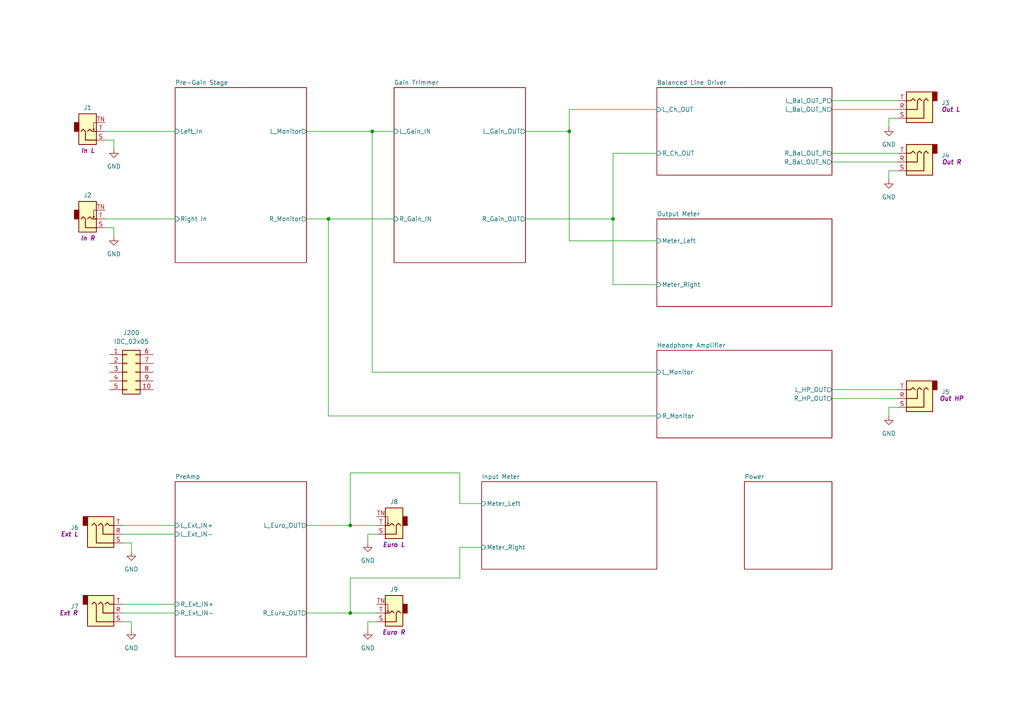
<source format=kicad_sch>
(kicad_sch (version 20250114) (generator "eeschema") (generator_version "9.0")
  (paper "A4")
  (title_block (rev "1") (company "DMH Instruments") (comment 1 "PCB for 5 cm Kosmo format synthesizer module"))
  (lib_symbols
    (symbol "Connector_Audio:AudioJack3"
      (property "Reference" "J" (at 0 8.89 0))
      (property "Value" "AudioJack3" (at 0 6.35 0))
      (symbol "AudioJack3_0_1"
        (rectangle (start -5.08 -5.08) (end -6.35 -2.54) (stroke (width 0.254)) (fill (type outline)))
        (polyline (pts (xy -1.905 -2.54) (xy -1.27 -3.175) (xy -0.635 -2.54) (xy -0.635 0) (xy 2.54 0)) (stroke (width 0.254)))
        (polyline (pts (xy 0 -2.54) (xy 0.635 -3.175) (xy 1.27 -2.54) (xy 2.54 -2.54)) (stroke (width 0.254)))
        (rectangle (start 2.54 3.81) (end -5.08 -5.08) (stroke (width 0.254)) (fill (type background)))
        (polyline (pts (xy 2.54 2.54) (xy -2.54 2.54) (xy -2.54 -2.54) (xy -3.175 -3.175) (xy -3.81 -2.54)) (stroke (width 0.254)))
      )
      (symbol "AudioJack3_1_1"
        (pin passive line (at 5.08 2.54 180) (length 2.54) (name "~") (number "S"))
        (pin passive line (at 5.08 0 180) (length 2.54) (name "~") (number "R"))
        (pin passive line (at 5.08 -2.54 180) (length 2.54) (name "~") (number "T"))
      )
    )
    (symbol "SynthStuff:BackBone_Connector_10Pin" (pin_names (offset 1.016) (hide yes))
      (property "Reference" "J" (at 0 -10.922 0))
      (property "Value" "IDC_02x05" (at 0 -8.382 0))
      (symbol "BackBone_Connector_10Pin_1_1"
        (rectangle (start -2.54 6.35) (end 2.54 -6.35) (stroke (width 0.254)) (fill (type background)))
        (rectangle (start -2.54 5.207) (end -1.27 4.953) (stroke (width 0.1524)))
        (rectangle (start -2.54 2.667) (end -1.27 2.413) (stroke (width 0.1524)))
        (rectangle (start -2.54 0.127) (end -1.27 -0.127) (stroke (width 0.1524)))
        (rectangle (start -2.54 -2.413) (end -1.27 -2.667) (stroke (width 0.1524)))
        (rectangle (start -2.54 -4.953) (end -1.27 -5.207) (stroke (width 0.1524)))
        (rectangle (start 2.54 5.207) (end 1.27 4.953) (stroke (width 0.1524)))
        (rectangle (start 2.54 2.667) (end 1.27 2.413) (stroke (width 0.1524)))
        (rectangle (start 2.54 0.127) (end 1.27 -0.127) (stroke (width 0.1524)))
        (rectangle (start 2.54 -2.413) (end 1.27 -2.667) (stroke (width 0.1524)))
        (rectangle (start 2.54 -4.953) (end 1.27 -5.207) (stroke (width 0.1524)))
        (pin passive line (at -6.35 5.08 0) (length 3.81) (name "Pin_1") (number "1"))
        (pin passive line (at -6.35 2.54 0) (length 3.81) (name "Pin_2") (number "2"))
        (pin passive line (at -6.35 0 0) (length 3.81) (name "Pin_3") (number "3"))
        (pin passive line (at -6.35 -2.54 0) (length 3.81) (name "Pin_4") (number "4"))
        (pin passive line (at -6.35 -5.08 0) (length 3.81) (name "Pin_5") (number "5"))
        (pin passive line (at 6.35 5.08 180) (length 3.81) (name "Pin_6") (number "6"))
        (pin passive line (at 6.35 2.54 180) (length 3.81) (name "Pin_7") (number "7"))
        (pin passive line (at 6.35 0 180) (length 3.81) (name "Pin_8") (number "8"))
        (pin passive line (at 6.35 -2.54 180) (length 3.81) (name "Pin_9") (number "9"))
        (pin passive line (at 6.35 -5.08 180) (length 3.81) (name "Pin_10") (number "10"))
      )
    )
    (symbol "SynthStuff:TS_Jack_6.35mm_Sw"
      (property "Reference" "J" (at -0.635 8.89 0))
      (property "Value" "TS_Jack_6.35mm_Sw" (at -0.635 6.35 0))
      (symbol "TS_Jack_6.35mm_Sw_0_1"
        (rectangle (start -2.54 0) (end -3.81 -2.54) (stroke (width 0.254)) (fill (type outline)))
        (polyline (pts (xy 0 0) (xy 0.635 -0.635) (xy 1.27 0) (xy 2.54 0)) (stroke (width 0.254)))
        (polyline (pts (xy 1.778 -0.254) (xy 2.032 -0.762)))
        (rectangle (start 2.54 3.81) (end -2.54 -5.08) (stroke (width 0.254)) (fill (type background)))
        (polyline (pts (xy 2.54 2.54) (xy -0.635 2.54) (xy -0.635 0) (xy -1.27 -0.635) (xy -1.905 0)) (stroke (width 0.254)))
        (polyline (pts (xy 2.54 -2.54) (xy 1.778 -2.54) (xy 1.778 -0.254) (xy 1.524 -0.762)))
      )
      (symbol "TS_Jack_6.35mm_Sw_1_1"
        (pin passive line (at 5.08 2.54 180) (length 2.54) (name "~") (number "S"))
        (pin passive line (at 5.08 0 180) (length 2.54) (name "~") (number "T"))
        (pin passive line (at 5.08 -2.54 180) (length 2.54) (name "~") (number "TN"))
      )
    )
    (symbol "power:GND" (power) (pin_numbers (hide yes)) (pin_names (offset 0) (hide yes))
      (property "Value" "GND" (at 0 -3.81 0))
      (symbol "GND_0_1"
        (polyline (pts (xy 0 0) (xy 0 -1.27) (xy 1.27 -1.27) (xy 0 -2.54) (xy -1.27 -1.27) (xy 0 -1.27)))
      )
      (symbol "GND_1_1"
        (pin power_in line (at 0 0 270) (length 0) (name "~") (number "1"))
      )
    )
  )
  (junction (at 101.6 152.4))
  (junction (at 95.25 63.5))
  (junction (at 177.8 63.5))
  (junction (at 107.95 38.1))
  (junction (at 165.1 38.1))
  (junction (at 101.6 177.8))
  (wire (pts (xy 241.3 115.57) (xy 260.35 115.57)))
  (wire (pts (xy 133.35 146.05) (xy 133.35 137.16)))
  (wire (pts (xy 241.3 29.21) (xy 260.35 29.21)))
  (wire (pts (xy 35.56 154.94) (xy 50.8 154.94)))
  (wire (pts (xy 35.56 175.26) (xy 50.8 175.26)))
  (wire (pts (xy 177.8 63.5) (xy 177.8 44.45)))
  (wire (pts (xy 101.6 177.8) (xy 109.22 177.8)))
  (wire (pts (xy 260.35 118.11) (xy 257.81 118.11)))
  (wire (pts (xy 33.02 43.18) (xy 33.02 40.64)))
  (wire (pts (xy 88.9 177.8) (xy 101.6 177.8)))
  (wire (pts (xy 190.5 120.65) (xy 95.25 120.65)))
  (wire (pts (xy 33.02 40.64) (xy 30.48 40.64)))
  (wire (pts (xy 106.68 180.34) (xy 109.22 180.34)))
  (wire (pts (xy 257.81 34.29) (xy 260.35 34.29)))
  (wire (pts (xy 38.1 180.34) (xy 35.56 180.34)))
  (wire (pts (xy 165.1 38.1) (xy 165.1 31.75)))
  (wire (pts (xy 165.1 31.75) (xy 190.5 31.75)))
  (wire (pts (xy 33.02 66.04) (xy 30.48 66.04)))
  (wire (pts (xy 139.7 158.75) (xy 133.35 158.75)))
  (wire (pts (xy 133.35 158.75) (xy 133.35 167.64)))
  (wire (pts (xy 38.1 160.02) (xy 38.1 157.48)))
  (wire (pts (xy 95.25 63.5) (xy 114.3 63.5)))
  (wire (pts (xy 241.3 31.75) (xy 260.35 31.75)))
  (wire (pts (xy 106.68 154.94) (xy 109.22 154.94)))
  (wire (pts (xy 152.4 38.1) (xy 165.1 38.1)))
  (wire (pts (xy 101.6 152.4) (xy 109.22 152.4)))
  (wire (pts (xy 133.35 137.16) (xy 101.6 137.16)))
  (wire (pts (xy 88.9 38.1) (xy 107.95 38.1)))
  (wire (pts (xy 139.7 146.05) (xy 133.35 146.05)))
  (wire (pts (xy 30.48 63.5) (xy 50.8 63.5)))
  (wire (pts (xy 88.9 152.4) (xy 101.6 152.4)))
  (wire (pts (xy 38.1 157.48) (xy 35.56 157.48)))
  (wire (pts (xy 257.81 49.53) (xy 260.35 49.53)))
  (wire (pts (xy 241.3 113.03) (xy 260.35 113.03)))
  (wire (pts (xy 241.3 44.45) (xy 260.35 44.45)))
  (wire (pts (xy 190.5 69.85) (xy 165.1 69.85)))
  (wire (pts (xy 38.1 182.88) (xy 38.1 180.34)))
  (wire (pts (xy 133.35 167.64) (xy 101.6 167.64)))
  (wire (pts (xy 190.5 107.95) (xy 107.95 107.95)))
  (wire (pts (xy 165.1 69.85) (xy 165.1 38.1)))
  (wire (pts (xy 107.95 107.95) (xy 107.95 38.1)))
  (wire (pts (xy 177.8 44.45) (xy 190.5 44.45)))
  (wire (pts (xy 33.02 68.58) (xy 33.02 66.04)))
  (wire (pts (xy 257.81 52.07) (xy 257.81 49.53)))
  (wire (pts (xy 101.6 137.16) (xy 101.6 152.4)))
  (wire (pts (xy 95.25 63.5) (xy 95.25 120.65)))
  (wire (pts (xy 177.8 82.55) (xy 177.8 63.5)))
  (wire (pts (xy 106.68 157.48) (xy 106.68 154.94)))
  (wire (pts (xy 107.95 38.1) (xy 114.3 38.1)))
  (wire (pts (xy 30.48 38.1) (xy 50.8 38.1)))
  (wire (pts (xy 88.9 63.5) (xy 95.25 63.5)))
  (wire (pts (xy 257.81 118.11) (xy 257.81 120.65)))
  (wire (pts (xy 101.6 167.64) (xy 101.6 177.8)))
  (wire (pts (xy 241.3 46.99) (xy 260.35 46.99)))
  (wire (pts (xy 35.56 177.8) (xy 50.8 177.8)))
  (wire (pts (xy 257.81 36.83) (xy 257.81 34.29)))
  (wire (pts (xy 152.4 63.5) (xy 177.8 63.5)))
  (wire (pts (xy 106.68 182.88) (xy 106.68 180.34)))
  (wire (pts (xy 35.56 152.4) (xy 50.8 152.4)))
  (wire (pts (xy 190.5 82.55) (xy 177.8 82.55)))
  (symbol (lib_id "SynthStuff:TS_Jack_6.35mm_Sw") (at 114.3 152.4 180) (unit 1)
    (property "Reference" "J8" (at 114.3 145.542 0))
    (property "Value" "TS_Jack_6.35mm_Sw" (effects (hide yes)))
    (property "Footprint" "SynthStuff:CUI_MJ-63052A" (effects (hide yes)))
    (property "Description" "Audio Jack, 2 Poles (Mono / TS), Switched T Pole (Normalling), 6.35mm, 1/4inch" (effects (hide yes)))
    (property "Function" "Euro L" (at 114.3 157.988 0) (effects (font (thickness 0.254) (bold yes) (italic yes))))
  )
  (symbol (lib_id "power:GND") (at 38.1 182.88 0) (mirror y) (unit 1)
    (property "Reference" "#PWR041" (effects (hide yes)))
    (property "Value" "GND" (at 38.1 187.96 0))
    (property "Description" "Power symbol creates a global label with name \"GND\" , ground" (effects (hide yes)))
  )
  (symbol (lib_id "SynthStuff:TS_Jack_6.35mm_Sw") (at 25.4 63.5 0) (mirror x) (unit 1)
    (property "Reference" "J2" (at 25.4 56.642 0))
    (property "Value" "TS_Jack_6.35mm_Sw" (effects (hide yes)))
    (property "Footprint" "SynthStuff:CUI_MJ-63052A" (effects (hide yes)))
    (property "Description" "Audio Jack, 2 Poles (Mono / TS), Switched T Pole (Normalling), 6.35mm, 1/4inch" (effects (hide yes)))
    (property "Function" "In R" (at 25.4 69.088 0) (effects (font (thickness 0.254) (bold yes) (italic yes))))
  )
  (symbol (lib_id "Connector_Audio:AudioJack3") (at 30.48 154.94 0) (mirror x) (unit 1)
    (property "Reference" "J6" (at 22.86 153.0349 0) (effects (justify right)))
    (property "Value" "AudioJack3" (effects (hide yes)))
    (property "Description" "Audio Jack, 3 Poles (Stereo / TRS)" (effects (hide yes)))
    (property "Function" "Ext L" (at 20.066 154.94 0) (effects (font (thickness 0.254) (bold yes) (italic yes))))
  )
  (symbol (lib_id "power:GND") (at 106.68 182.88 0) (mirror y) (unit 1)
    (property "Reference" "#PWR043" (effects (hide yes)))
    (property "Value" "GND" (at 106.68 187.96 0))
    (property "Description" "Power symbol creates a global label with name \"GND\" , ground" (effects (hide yes)))
  )
  (symbol (lib_id "power:GND") (at 257.81 120.65 0) (unit 1)
    (property "Reference" "#PWR039" (effects (hide yes)))
    (property "Value" "GND" (at 257.81 125.73 0))
    (property "Description" "Power symbol creates a global label with name \"GND\" , ground" (effects (hide yes)))
  )
  (symbol (lib_id "SynthStuff:BackBone_Connector_10Pin") (at 38.1 107.95 0) (unit 1)
    (property "Reference" "J200" (at 38.1 96.52 0))
    (property "Value" "IDC_02x05" (at 38.1 99.06 0))
    (property "Footprint" "SynthStuff:IDC-Header_2x05_P2.54mm_Vertical_BackBone" (effects (hide yes)))
    (property "Description" "IDC jack, 2x5 pins, row a carries same signals as row b." (effects (hide yes)))
  )
  (symbol (lib_id "power:GND") (at 257.81 36.83 0) (unit 1)
    (property "Reference" "#PWR034" (effects (hide yes)))
    (property "Value" "GND" (at 257.81 41.91 0))
    (property "Description" "Power symbol creates a global label with name \"GND\" , ground" (effects (hide yes)))
  )
  (symbol (lib_id "SynthStuff:TS_Jack_6.35mm_Sw") (at 114.3 177.8 180) (unit 1)
    (property "Reference" "J9" (at 114.3 170.942 0))
    (property "Value" "TS_Jack_6.35mm_Sw" (effects (hide yes)))
    (property "Footprint" "SynthStuff:CUI_MJ-63052A" (effects (hide yes)))
    (property "Description" "Audio Jack, 2 Poles (Mono / TS), Switched T Pole (Normalling), 6.35mm, 1/4inch" (effects (hide yes)))
    (property "Function" "Euro R" (at 114.3 183.388 0) (effects (font (thickness 0.254) (bold yes) (italic yes))))
  )
  (symbol (lib_id "power:GND") (at 257.81 52.07 0) (unit 1)
    (property "Reference" "#PWR033" (effects (hide yes)))
    (property "Value" "GND" (at 257.81 57.15 0))
    (property "Description" "Power symbol creates a global label with name \"GND\" , ground" (effects (hide yes)))
  )
  (symbol (lib_id "power:GND") (at 33.02 43.18 0) (unit 1)
    (property "Reference" "#PWR027" (effects (hide yes)))
    (property "Value" "GND" (at 33.02 48.26 0))
    (property "Description" "Power symbol creates a global label with name \"GND\" , ground" (effects (hide yes)))
  )
  (symbol (lib_id "Connector_Audio:AudioJack3") (at 265.43 46.99 180) (unit 1)
    (property "Reference" "J4" (at 273.05 45.0849 0) (effects (justify right)))
    (property "Value" "AudioJack3" (effects (hide yes)))
    (property "Description" "Audio Jack, 3 Poles (Stereo / TRS)" (effects (hide yes)))
    (property "Function" "Out R" (at 276.098 46.99 0) (effects (font (thickness 0.254) (bold yes) (italic yes))))
  )
  (symbol (lib_id "power:GND") (at 33.02 68.58 0) (unit 1)
    (property "Reference" "#PWR028" (effects (hide yes)))
    (property "Value" "GND" (at 33.02 73.66 0))
    (property "Description" "Power symbol creates a global label with name \"GND\" , ground" (effects (hide yes)))
  )
  (symbol (lib_id "Connector_Audio:AudioJack3") (at 30.48 177.8 0) (mirror x) (unit 1)
    (property "Reference" "J7" (at 22.86 175.8949 0) (effects (justify right)))
    (property "Value" "AudioJack3" (effects (hide yes)))
    (property "Description" "Audio Jack, 3 Poles (Stereo / TRS)" (effects (hide yes)))
    (property "Function" "Ext R" (at 19.812 177.8 0) (effects (font (thickness 0.254) (bold yes) (italic yes))))
  )
  (symbol (lib_id "SynthStuff:TS_Jack_6.35mm_Sw") (at 25.4 38.1 0) (mirror x) (unit 1)
    (property "Reference" "J1" (at 25.4 31.242 0))
    (property "Value" "TS_Jack_6.35mm_Sw" (effects (hide yes)))
    (property "Footprint" "SynthStuff:CUI_MJ-63052A" (effects (hide yes)))
    (property "Description" "Audio Jack, 2 Poles (Mono / TS), Switched T Pole (Normalling), 6.35mm, 1/4inch" (effects (hide yes)))
    (property "Function" "In L" (at 25.4 43.688 0) (effects (font (thickness 0.254) (bold yes) (italic yes))))
  )
  (symbol (lib_id "Connector_Audio:AudioJack3") (at 265.43 115.57 180) (unit 1)
    (property "Reference" "J5" (at 273.05 113.6649 0) (effects (justify right)))
    (property "Value" "AudioJack3" (effects (hide yes)))
    (property "Description" "Audio Jack, 3 Poles (Stereo / TRS)" (effects (hide yes)))
    (property "Function" "Out HP" (at 276.098 115.57 0) (effects (font (thickness 0.254) (bold yes) (italic yes))))
  )
  (symbol (lib_id "power:GND") (at 38.1 160.02 0) (mirror y) (unit 1)
    (property "Reference" "#PWR040" (effects (hide yes)))
    (property "Value" "GND" (at 38.1 165.1 0))
    (property "Description" "Power symbol creates a global label with name \"GND\" , ground" (effects (hide yes)))
  )
  (symbol (lib_id "power:GND") (at 106.68 157.48 0) (mirror y) (unit 1)
    (property "Reference" "#PWR042" (effects (hide yes)))
    (property "Value" "GND" (at 106.68 162.56 0))
    (property "Description" "Power symbol creates a global label with name \"GND\" , ground" (effects (hide yes)))
  )
  (symbol (lib_id "Connector_Audio:AudioJack3") (at 265.43 31.75 180) (unit 1)
    (property "Reference" "J3" (at 273.05 29.8449 0) (effects (justify right)))
    (property "Value" "AudioJack3" (effects (hide yes)))
    (property "Description" "Audio Jack, 3 Poles (Stereo / TRS)" (effects (hide yes)))
    (property "Function" "Out L" (at 275.844 31.75 0) (effects (font (thickness 0.254) (bold yes) (italic yes))))
  )
  (sheet (at 50.8 25.4) (size 38.1 50.8) (stroke (width 0.1524))
    (property "Sheetname" "Pre-Gain Stage" (at 50.8 24.6884 0) (effects (justify left bottom)))
    (property "Sheetfile" "Pregain_stage.kicad_sch" (effects (hide yes)))
    (pin "Left_In" input (at 50.8 38.1 180))
    (pin "L_Monitor" output (at 88.9 38.1 0))
    (pin "Right In" input (at 50.8 63.5 180))
    (pin "R_Monitor" output (at 88.9 63.5 0))
  )
  (sheet (at 215.9 139.7) (size 25.4 25.4) (stroke (width 0.1524))
    (property "Sheetname" "Power" (at 215.9 138.9884 0) (effects (justify left bottom)))
    (property "Sheetfile" "Power.kicad_sch" (effects (hide yes)))
  )
  (sheet (at 50.8 139.7) (size 38.1 50.8) (stroke (width 0.1524))
    (property "Sheetname" "PreAmp" (at 50.8 138.9884 0) (effects (justify left bottom)))
    (property "Sheetfile" "PreAmp.kicad_sch" (effects (hide yes)))
    (pin "L_Euro_OUT" output (at 88.9 152.4 0))
    (pin "L_Ext_IN+" input (at 50.8 152.4 180))
    (pin "L_Ext_IN-" input (at 50.8 154.94 180))
    (pin "R_Euro_OUT" output (at 88.9 177.8 0))
    (pin "R_Ext_IN+" input (at 50.8 175.26 180))
    (pin "R_Ext_IN-" input (at 50.8 177.8 180))
  )
  (sheet (at 190.5 101.6) (size 50.8 25.4) (stroke (width 0.1524))
    (property "Sheetname" "Headphone Amplifier" (at 190.5 100.8884 0) (effects (justify left bottom)))
    (property "Sheetfile" "Headphone_amplifier.kicad_sch" (effects (hide yes)))
    (pin "L_HP_OUT" output (at 241.3 113.03 0))
    (pin "L_Monitor" input (at 190.5 107.95 180))
    (pin "R_Monitor" input (at 190.5 120.65 180))
    (pin "R_HP_OUT" output (at 241.3 115.57 0))
  )
  (sheet (at 139.7 139.7) (size 50.8 25.4) (stroke (width 0.1524))
    (property "Sheetname" "Input Meter" (at 139.7 138.9884 0) (effects (justify left bottom)))
    (property "Sheetfile" "Input_Meter.kicad_sch" (effects (hide yes)))
    (pin "Meter_Left" input (at 139.7 146.05 180))
    (pin "Meter_Right" input (at 139.7 158.75 180))
  )
  (sheet (at 190.5 25.4) (size 50.8 25.4) (stroke (width 0.1524))
    (property "Sheetname" "Balanced Line Driver" (at 190.5 24.6884 0) (effects (justify left bottom)))
    (property "Sheetfile" "Balanced_line_driver.kicad_sch" (effects (hide yes)))
    (pin "L_Bal_OUT_N" output (at 241.3 31.75 0))
    (pin "L_Bal_OUT_P" output (at 241.3 29.21 0))
    (pin "L_Ch_OUT" input (at 190.5 31.75 180))
    (pin "R_Bal_OUT_N" output (at 241.3 46.99 0))
    (pin "R_Bal_OUT_P" output (at 241.3 44.45 0))
    (pin "R_Ch_OUT" input (at 190.5 44.45 180))
  )
  (sheet (at 190.5 63.5) (size 50.8 25.4) (stroke (width 0.1524))
    (property "Sheetname" "Output Meter" (at 190.5 62.7884 0) (effects (justify left bottom)))
    (property "Sheetfile" "Output_Meter.kicad_sch" (effects (hide yes)))
    (pin "Meter_Left" input (at 190.5 69.85 180))
    (pin "Meter_Right" input (at 190.5 82.55 180))
  )
  (sheet (at 114.3 25.4) (size 38.1 50.8) (stroke (width 0.1524))
    (property "Sheetname" "Gain Trimmer" (at 114.3 24.6884 0) (effects (justify left bottom)))
    (property "Sheetfile" "Gain_trimmer.kicad_sch" (effects (hide yes)))
    (pin "L_Gain_IN" input (at 114.3 38.1 180))
    (pin "L_Gain_OUT" output (at 152.4 38.1 0))
    (pin "R_Gain_IN" input (at 114.3 63.5 180))
    (pin "R_Gain_OUT" output (at 152.4 63.5 0))
  )
)
</source>
